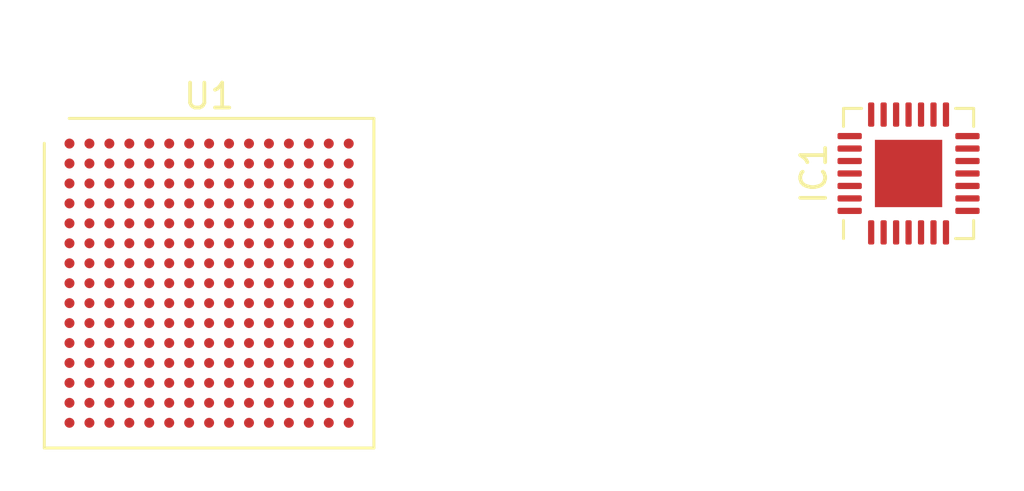
<source format=kicad_pcb>
(kicad_pcb (version 20240108) (generator "pcbnew") (generator_version "8.0")
  (layers (0 "F.Cu" signal) (31 "B.Cu" signal) (34 "B.Paste" user) (35 "F.Paste" user) (36 "B.SilkS" user "B.Silkscreen") (37 "F.SilkS" user "F.Silkscreen") (38 "B.Mask" user) (39 "F.Mask" user) (44 "Edge.Cuts" user))
  (net 0 "")
  (net 1 "Net-(IC1-Pad28)")
  (net 2 "Net-(IC1-Pad27)")
  (net 3 "Net-(IC1-Pad26)")
  (net 4 "Net-(IC1-Pad25)")
  (net 5 "Net-(IC1-Pad23)")
  (net 6 "Net-(IC1-Pad22)")
  (net 7 "Net-(IC1-Pad21)")
  (net 8 "+5V")
  (net 9 "Net-(IC1-Pad19)")
  (net 10 "GND")
  (net 11 "Net-(IC1-Pad16)")
  (net 12 "Net-(IC1-Pad14)")
  (net 13 "Net-(IC1-Pad13)")
  (net 14 "Net-(IC1-Pad12)")
  (net 15 "Net-(IC1-Pad10)")
  (net 16 "Net-(IC1-Pad9)")
  (net 17 "Net-(IC1-Pad8)")
  (net 18 "Net-(IC1-Pad6)")
  (net 19 "Net-(IC1-Pad3)")
  (net 20 "Net-(IC1-Pad1)")
  (net 21 "Net-(U1-PadR15)")
  (net 22 "Net-(U1-PadR14)")
  (net 23 "Net-(U1-PadR13)")
  (net 24 "Net-(U1-PadR12)")
  (net 25 "Net-(U1-PadR11)")
  (net 26 "Net-(U1-PadR10)")
  (net 27 "Net-(U1-PadR9)")
  (net 28 "Net-(U1-PadR8)")
  (net 29 "Net-(U1-PadR7)")
  (net 30 "Net-(U1-PadR6)")
  (net 31 "Net-(U1-PadR5)")
  (net 32 "Net-(U1-PadR4)")
  (net 33 "Net-(U1-PadR3)")
  (net 34 "Net-(U1-PadR2)")
  (net 35 "Net-(U1-PadR1)")
  (net 36 "Net-(U1-PadP15)")
  (net 37 "Net-(U1-PadP14)")
  (net 38 "Net-(U1-PadP13)")
  (net 39 "Net-(U1-PadP12)")
  (net 40 "Net-(U1-PadP11)")
  (net 41 "Net-(U1-PadP10)")
  (net 42 "Net-(U1-PadP9)")
  (net 43 "Net-(U1-PadP8)")
  (net 44 "Net-(U1-PadP7)")
  (net 45 "Net-(U1-PadP6)")
  (net 46 "Net-(U1-PadP5)")
  (net 47 "Net-(U1-PadP4)")
  (net 48 "Net-(U1-PadP3)")
  (net 49 "Net-(U1-PadP2)")
  (net 50 "Net-(U1-PadP1)")
  (net 51 "Net-(U1-PadN15)")
  (net 52 "Net-(U1-PadN14)")
  (net 53 "Net-(U1-PadN13)")
  (net 54 "Net-(U1-PadN12)")
  (net 55 "Net-(U1-PadN11)")
  (net 56 "Net-(U1-PadN10)")
  (net 57 "Net-(U1-PadN9)")
  (net 58 "Net-(U1-PadN8)")
  (net 59 "Net-(U1-PadN7)")
  (net 60 "Net-(U1-PadN6)")
  (net 61 "Net-(U1-PadN5)")
  (net 62 "Net-(U1-PadN4)")
  (net 63 "Net-(U1-PadN3)")
  (net 64 "Net-(U1-PadN2)")
  (net 65 "Net-(U1-PadN1)")
  (net 66 "Net-(U1-PadM15)")
  (net 67 "Net-(U1-PadM14)")
  (net 68 "Net-(U1-PadM13)")
  (net 69 "Net-(U1-PadM12)")
  (net 70 "Net-(U1-PadM11)")
  (net 71 "Net-(U1-PadM10)")
  (net 72 "Net-(U1-PadM9)")
  (net 73 "Net-(U1-PadM8)")
  (net 74 "Net-(U1-PadM7)")
  (net 75 "Net-(U1-PadM6)")
  (net 76 "Net-(U1-PadM5)")
  (net 77 "Net-(U1-PadM4)")
  (net 78 "Net-(U1-PadM3)")
  (net 79 "Net-(U1-PadM2)")
  (net 80 "Net-(U1-PadM1)")
  (net 81 "Net-(U1-PadL15)")
  (net 82 "Net-(U1-PadL14)")
  (net 83 "Net-(U1-PadL13)")
  (net 84 "Net-(U1-PadL12)")
  (net 85 "Net-(U1-PadL11)")
  (net 86 "Net-(U1-PadL10)")
  (net 87 "Net-(U1-PadL9)")
  (net 88 "Net-(U1-PadL8)")
  (net 89 "Net-(U1-PadL7)")
  (net 90 "Net-(U1-PadL6)")
  (net 91 "Net-(U1-PadL5)")
  (net 92 "Net-(U1-PadL4)")
  (net 93 "Net-(U1-PadL3)")
  (net 94 "Net-(U1-PadL2)")
  (net 95 "Net-(U1-PadL1)")
  (net 96 "Net-(U1-PadK15)")
  (net 97 "Net-(U1-PadK14)")
  (net 98 "Net-(U1-PadK13)")
  (net 99 "Net-(U1-PadK12)")
  (net 100 "Net-(U1-PadK11)")
  (net 101 "Net-(U1-PadK10)")
  (net 102 "Net-(U1-PadK9)")
  (net 103 "Net-(U1-PadK8)")
  (net 104 "Net-(U1-PadK7)")
  (net 105 "Net-(U1-PadK6)")
  (net 106 "Net-(U1-PadK5)")
  (net 107 "Net-(U1-PadK4)")
  (net 108 "Net-(U1-PadK3)")
  (net 109 "Net-(U1-PadK2)")
  (net 110 "Net-(U1-PadK1)")
  (net 111 "Net-(U1-PadJ15)")
  (net 112 "Net-(U1-PadJ14)")
  (net 113 "Net-(U1-PadJ13)")
  (net 114 "Net-(U1-PadJ12)")
  (net 115 "Net-(U1-PadJ11)")
  (net 116 "Net-(U1-PadJ10)")
  (net 117 "Net-(U1-PadJ9)")
  (net 118 "Net-(U1-PadJ8)")
  (net 119 "Net-(U1-PadJ7)")
  (net 120 "Net-(U1-PadJ6)")
  (net 121 "Net-(U1-PadJ5)")
  (net 122 "Net-(U1-PadJ4)")
  (net 123 "Net-(U1-PadJ3)")
  (net 124 "Net-(U1-PadJ2)")
  (net 125 "Net-(U1-PadJ1)")
  (net 126 "Net-(U1-PadH15)")
  (net 127 "Net-(U1-PadH14)")
  (net 128 "Net-(U1-PadH13)")
  (net 129 "Net-(U1-PadH12)")
  (net 130 "Net-(U1-PadH11)")
  (net 131 "Net-(U1-PadH10)")
  (net 132 "Net-(U1-PadH9)")
  (net 133 "Net-(U1-PadH8)")
  (net 134 "Net-(U1-PadH7)")
  (net 135 "Net-(U1-PadH6)")
  (net 136 "Net-(U1-PadH5)")
  (net 137 "Net-(U1-PadH4)")
  (net 138 "Net-(U1-PadH3)")
  (net 139 "Net-(U1-PadH2)")
  (net 140 "Net-(U1-PadH1)")
  (net 141 "Net-(U1-PadG15)")
  (net 142 "Net-(U1-PadG14)")
  (net 143 "Net-(U1-PadG13)")
  (net 144 "Net-(U1-PadG12)")
  (net 145 "Net-(U1-PadG11)")
  (net 146 "Net-(U1-PadG10)")
  (net 147 "Net-(U1-PadG9)")
  (net 148 "Net-(U1-PadG8)")
  (net 149 "Net-(U1-PadG7)")
  (net 150 "Net-(U1-PadG6)")
  (net 151 "Net-(U1-PadG5)")
  (net 152 "Net-(U1-PadG4)")
  (net 153 "Net-(U1-PadG3)")
  (net 154 "Net-(U1-PadG2)")
  (net 155 "Net-(U1-PadG1)")
  (net 156 "Net-(U1-PadF15)")
  (net 157 "Net-(U1-PadF14)")
  (net 158 "Net-(U1-PadF13)")
  (net 159 "Net-(U1-PadF12)")
  (net 160 "Net-(U1-PadF11)")
  (net 161 "Net-(U1-PadF10)")
  (net 162 "Net-(U1-PadF9)")
  (net 163 "Net-(U1-PadF8)")
  (net 164 "Net-(U1-PadF7)")
  (net 165 "Net-(U1-PadF6)")
  (net 166 "Net-(U1-PadF5)")
  (net 167 "Net-(U1-PadF4)")
  (net 168 "Net-(U1-PadF3)")
  (net 169 "Net-(U1-PadF2)")
  (net 170 "Net-(U1-PadF1)")
  (net 171 "Net-(U1-PadE15)")
  (net 172 "Net-(U1-PadE14)")
  (net 173 "Net-(U1-PadE13)")
  (net 174 "Net-(U1-PadE12)")
  (net 175 "Net-(U1-PadE11)")
  (net 176 "Net-(U1-PadE10)")
  (net 177 "Net-(U1-PadE9)")
  (net 178 "Net-(U1-PadE8)")
  (net 179 "Net-(U1-PadE7)")
  (net 180 "Net-(U1-PadE6)")
  (net 181 "Net-(U1-PadE5)")
  (net 182 "Net-(U1-PadE4)")
  (net 183 "Net-(U1-PadE3)")
  (net 184 "Net-(U1-PadE2)")
  (net 185 "Net-(U1-PadE1)")
  (net 186 "Net-(U1-PadD15)")
  (net 187 "Net-(U1-PadD14)")
  (net 188 "Net-(U1-PadD13)")
  (net 189 "Net-(U1-PadD12)")
  (net 190 "Net-(U1-PadD11)")
  (net 191 "Net-(U1-PadD10)")
  (net 192 "Net-(U1-PadD9)")
  (net 193 "Net-(U1-PadD8)")
  (net 194 "Net-(U1-PadD7)")
  (net 195 "Net-(U1-PadD6)")
  (net 196 "Net-(U1-PadD5)")
  (net 197 "Net-(U1-PadD4)")
  (net 198 "Net-(U1-PadD3)")
  (net 199 "Net-(U1-PadD2)")
  (net 200 "Net-(U1-PadD1)")
  (net 201 "Net-(U1-PadC15)")
  (net 202 "Net-(U1-PadC14)")
  (net 203 "Net-(U1-PadC13)")
  (net 204 "Net-(U1-PadC12)")
  (net 205 "Net-(U1-PadC11)")
  (net 206 "Net-(U1-PadC10)")
  (net 207 "Net-(U1-PadC9)")
  (net 208 "Net-(U1-PadC8)")
  (net 209 "Net-(U1-PadC7)")
  (net 210 "Net-(U1-PadC6)")
  (net 211 "Net-(U1-PadC5)")
  (net 212 "Net-(U1-PadC4)")
  (net 213 "Net-(U1-PadC3)")
  (net 214 "Net-(U1-PadC2)")
  (net 215 "Net-(U1-PadC1)")
  (net 216 "Net-(U1-PadB15)")
  (net 217 "Net-(U1-PadB14)")
  (net 218 "Net-(U1-PadB13)")
  (net 219 "Net-(U1-PadB12)")
  (net 220 "Net-(U1-PadB11)")
  (net 221 "Net-(U1-PadB10)")
  (net 222 "Net-(U1-PadB9)")
  (net 223 "Net-(U1-PadB8)")
  (net 224 "Net-(U1-PadB7)")
  (net 225 "Net-(U1-PadB6)")
  (net 226 "Net-(U1-PadB5)")
  (net 227 "Net-(U1-PadB4)")
  (net 228 "Net-(U1-PadB3)")
  (net 229 "Net-(U1-PadB2)")
  (net 230 "Net-(U1-PadB1)")
  (net 231 "Net-(U1-PadA15)")
  (net 232 "Net-(U1-PadA14)")
  (net 233 "Net-(U1-PadA13)")
  (net 234 "Net-(U1-PadA12)")
  (net 235 "Net-(U1-PadA11)")
  (net 236 "Net-(U1-PadA10)")
  (net 237 "Net-(U1-PadA9)")
  (net 238 "Net-(U1-PadA8)")
  (net 239 "Net-(U1-PadA7)")
  (net 240 "Net-(U1-PadA6)")
  (net 241 "Net-(U1-PadA5)")
  (net 242 "Net-(U1-PadA4)")
  (net 243 "Net-(U1-PadA3)")
  (net 244 "Net-(U1-PadA2)")
  (net 245 "Net-(U1-PadA1)")
  (footprint "Package_BGA:Xilinx_CLG225" (layer "F.Cu") (at 41.16 34.245)
    (property "Reference" "U1" (at 0 -7.5 0) (layer "F.SilkS"))
    (property "Value" "XC7Z007S-1CLG225C")
    (fp_line (start -6.61 6.61) (end -6.61 -5.61) (stroke (width 0.12)) (layer "F.SilkS"))
    (fp_line (start -5.61 -6.61) (end 6.61 -6.61) (stroke (width 0.12)) (layer "F.SilkS"))
    (fp_line (start 6.61 -6.61) (end 6.61 6.61) (stroke (width 0.12)) (layer "F.SilkS"))
    (fp_line (start 6.61 6.61) (end -6.61 6.61) (stroke (width 0.12)) (layer "F.SilkS"))
    (pad "A1" smd circle (at -5.6 -5.6) (size 0.4 0.4) (layers "F.Cu" "F.Paste" "F.Mask") (net 245 "Net-(U1-PadA1)"))
    (pad "A2" smd circle (at -4.8 -5.6) (size 0.4 0.4) (layers "F.Cu" "F.Paste" "F.Mask") (net 244 "Net-(U1-PadA2)"))
    (pad "A3" smd circle (at -4 -5.6) (size 0.4 0.4) (layers "F.Cu" "F.Paste" "F.Mask") (net 243 "Net-(U1-PadA3)"))
    (pad "A4" smd circle (at -3.2 -5.6) (size 0.4 0.4) (layers "F.Cu" "F.Paste" "F.Mask") (net 242 "Net-(U1-PadA4)"))
    (pad "A5" smd circle (at -2.4 -5.6) (size 0.4 0.4) (layers "F.Cu" "F.Paste" "F.Mask") (net 241 "Net-(U1-PadA5)"))
    (pad "A6" smd circle (at -1.6 -5.6) (size 0.4 0.4) (layers "F.Cu" "F.Paste" "F.Mask") (net 240 "Net-(U1-PadA6)"))
    (pad "A7" smd circle (at -0.8 -5.6) (size 0.4 0.4) (layers "F.Cu" "F.Paste" "F.Mask") (net 239 "Net-(U1-PadA7)"))
    (pad "A8" smd circle (at 0 -5.6) (size 0.4 0.4) (layers "F.Cu" "F.Paste" "F.Mask") (net 238 "Net-(U1-PadA8)"))
    (pad "A9" smd circle (at 0.8 -5.6) (size 0.4 0.4) (layers "F.Cu" "F.Paste" "F.Mask") (net 237 "Net-(U1-PadA9)"))
    (pad "A10" smd circle (at 1.6 -5.6) (size 0.4 0.4) (layers "F.Cu" "F.Paste" "F.Mask") (net 236 "Net-(U1-PadA10)"))
    (pad "A11" smd circle (at 2.4 -5.6) (size 0.4 0.4) (layers "F.Cu" "F.Paste" "F.Mask") (net 235 "Net-(U1-PadA11)"))
    (pad "A12" smd circle (at 3.2 -5.6) (size 0.4 0.4) (layers "F.Cu" "F.Paste" "F.Mask") (net 234 "Net-(U1-PadA12)"))
    (pad "A13" smd circle (at 4 -5.6) (size 0.4 0.4) (layers "F.Cu" "F.Paste" "F.Mask") (net 233 "Net-(U1-PadA13)"))
    (pad "A14" smd circle (at 4.8 -5.6) (size 0.4 0.4) (layers "F.Cu" "F.Paste" "F.Mask") (net 232 "Net-(U1-PadA14)"))
    (pad "A15" smd circle (at 5.6 -5.6) (size 0.4 0.4) (layers "F.Cu" "F.Paste" "F.Mask") (net 231 "Net-(U1-PadA15)"))
    (pad "B1" smd circle (at -5.6 -4.8) (size 0.4 0.4) (layers "F.Cu" "F.Paste" "F.Mask") (net 230 "Net-(U1-PadB1)"))
    (pad "B2" smd circle (at -4.8 -4.8) (size 0.4 0.4) (layers "F.Cu" "F.Paste" "F.Mask") (net 229 "Net-(U1-PadB2)"))
    (pad "B3" smd circle (at -4 -4.8) (size 0.4 0.4) (layers "F.Cu" "F.Paste" "F.Mask") (net 228 "Net-(U1-PadB3)"))
    (pad "B4" smd circle (at -3.2 -4.8) (size 0.4 0.4) (layers "F.Cu" "F.Paste" "F.Mask") (net 227 "Net-(U1-PadB4)"))
    (pad "B5" smd circle (at -2.4 -4.8) (size 0.4 0.4) (layers "F.Cu" "F.Paste" "F.Mask") (net 226 "Net-(U1-PadB5)"))
    (pad "B6" smd circle (at -1.6 -4.8) (size 0.4 0.4) (layers "F.Cu" "F.Paste" "F.Mask") (net 225 "Net-(U1-PadB6)"))
    (pad "B7" smd circle (at -0.8 -4.8) (size 0.4 0.4) (layers "F.Cu" "F.Paste" "F.Mask") (net 224 "Net-(U1-PadB7)"))
    (pad "B8" smd circle (at 0 -4.8) (size 0.4 0.4) (layers "F.Cu" "F.Paste" "F.Mask") (net 223 "Net-(U1-PadB8)"))
    (pad "B9" smd circle (at 0.8 -4.8) (size 0.4 0.4) (layers "F.Cu" "F.Paste" "F.Mask") (net 222 "Net-(U1-PadB9)"))
    (pad "B10" smd circle (at 1.6 -4.8) (size 0.4 0.4) (layers "F.Cu" "F.Paste" "F.Mask") (net 221 "Net-(U1-PadB10)"))
    (pad "B11" smd circle (at 2.4 -4.8) (size 0.4 0.4) (layers "F.Cu" "F.Paste" "F.Mask") (net 220 "Net-(U1-PadB11)"))
    (pad "B12" smd circle (at 3.2 -4.8) (size 0.4 0.4) (layers "F.Cu" "F.Paste" "F.Mask") (net 219 "Net-(U1-PadB12)"))
    (pad "B13" smd circle (at 4 -4.8) (size 0.4 0.4) (layers "F.Cu" "F.Paste" "F.Mask") (net 218 "Net-(U1-PadB13)"))
    (pad "B14" smd circle (at 4.8 -4.8) (size 0.4 0.4) (layers "F.Cu" "F.Paste" "F.Mask") (net 217 "Net-(U1-PadB14)"))
    (pad "B15" smd circle (at 5.6 -4.8) (size 0.4 0.4) (layers "F.Cu" "F.Paste" "F.Mask") (net 216 "Net-(U1-PadB15)"))
    (pad "C1" smd circle (at -5.6 -4) (size 0.4 0.4) (layers "F.Cu" "F.Paste" "F.Mask") (net 215 "Net-(U1-PadC1)"))
    (pad "C2" smd circle (at -4.8 -4) (size 0.4 0.4) (layers "F.Cu" "F.Paste" "F.Mask") (net 214 "Net-(U1-PadC2)"))
    (pad "C3" smd circle (at -4 -4) (size 0.4 0.4) (layers "F.Cu" "F.Paste" "F.Mask") (net 213 "Net-(U1-PadC3)"))
    (pad "C4" smd circle (at -3.2 -4) (size 0.4 0.4) (layers "F.Cu" "F.Paste" "F.Mask") (net 212 "Net-(U1-PadC4)"))
    (pad "C5" smd circle (at -2.4 -4) (size 0.4 0.4) (layers "F.Cu" "F.Paste" "F.Mask") (net 211 "Net-(U1-PadC5)"))
    (pad "C6" smd circle (at -1.6 -4) (size 0.4 0.4) (layers "F.Cu" "F.Paste" "F.Mask") (net 210 "Net-(U1-PadC6)"))
    (pad "C7" smd circle (at -0.8 -4) (size 0.4 0.4) (layers "F.Cu" "F.Paste" "F.Mask") (net 209 "Net-(U1-PadC7)"))
    (pad "C8" smd circle (at 0 -4) (size 0.4 0.4) (layers "F.Cu" "F.Paste" "F.Mask") (net 208 "Net-(U1-PadC8)"))
    (pad "C9" smd circle (at 0.8 -4) (size 0.4 0.4) (layers "F.Cu" "F.Paste" "F.Mask") (net 207 "Net-(U1-PadC9)"))
    (pad "C10" smd circle (at 1.6 -4) (size 0.4 0.4) (layers "F.Cu" "F.Paste" "F.Mask") (net 206 "Net-(U1-PadC10)"))
    (pad "C11" smd circle (at 2.4 -4) (size 0.4 0.4) (layers "F.Cu" "F.Paste" "F.Mask") (net 205 "Net-(U1-PadC11)"))
    (pad "C12" smd circle (at 3.2 -4) (size 0.4 0.4) (layers "F.Cu" "F.Paste" "F.Mask") (net 204 "Net-(U1-PadC12)"))
    (pad "C13" smd circle (at 4 -4) (size 0.4 0.4) (layers "F.Cu" "F.Paste" "F.Mask") (net 203 "Net-(U1-PadC13)"))
    (pad "C14" smd circle (at 4.8 -4) (size 0.4 0.4) (layers "F.Cu" "F.Paste" "F.Mask") (net 202 "Net-(U1-PadC14)"))
    (pad "C15" smd circle (at 5.6 -4) (size 0.4 0.4) (layers "F.Cu" "F.Paste" "F.Mask") (net 201 "Net-(U1-PadC15)"))
    (pad "D1" smd circle (at -5.6 -3.2) (size 0.4 0.4) (layers "F.Cu" "F.Paste" "F.Mask") (net 200 "Net-(U1-PadD1)"))
    (pad "D2" smd circle (at -4.8 -3.2) (size 0.4 0.4) (layers "F.Cu" "F.Paste" "F.Mask") (net 199 "Net-(U1-PadD2)"))
    (pad "D3" smd circle (at -4 -3.2) (size 0.4 0.4) (layers "F.Cu" "F.Paste" "F.Mask") (net 198 "Net-(U1-PadD3)"))
    (pad "D4" smd circle (at -3.2 -3.2) (size 0.4 0.4) (layers "F.Cu" "F.Paste" "F.Mask") (net 197 "Net-(U1-PadD4)"))
    (pad "D5" smd circle (at -2.4 -3.2) (size 0.4 0.4) (layers "F.Cu" "F.Paste" "F.Mask") (net 196 "Net-(U1-PadD5)"))
    (pad "D6" smd circle (at -1.6 -3.2) (size 0.4 0.4) (layers "F.Cu" "F.Paste" "F.Mask") (net 195 "Net-(U1-PadD6)"))
    (pad "D7" smd circle (at -0.8 -3.2) (size 0.4 0.4) (layers "F.Cu" "F.Paste" "F.Mask") (net 194 "Net-(U1-PadD7)"))
    (pad "D8" smd circle (at 0 -3.2) (size 0.4 0.4) (layers "F.Cu" "F.Paste" "F.Mask") (net 193 "Net-(U1-PadD8)"))
    (pad "D9" smd circle (at 0.8 -3.2) (size 0.4 0.4) (layers "F.Cu" "F.Paste" "F.Mask") (net 192 "Net-(U1-PadD9)"))
    (pad "D10" smd circle (at 1.6 -3.2) (size 0.4 0.4) (layers "F.Cu" "F.Paste" "F.Mask") (net 191 "Net-(U1-PadD10)"))
    (pad "D11" smd circle (at 2.4 -3.2) (size 0.4 0.4) (layers "F.Cu" "F.Paste" "F.Mask") (net 190 "Net-(U1-PadD11)"))
    (pad "D12" smd circle (at 3.2 -3.2) (size 0.4 0.4) (layers "F.Cu" "F.Paste" "F.Mask") (net 189 "Net-(U1-PadD12)"))
    (pad "D13" smd circle (at 4 -3.2) (size 0.4 0.4) (layers "F.Cu" "F.Paste" "F.Mask") (net 188 "Net-(U1-PadD13)"))
    (pad "D14" smd circle (at 4.8 -3.2) (size 0.4 0.4) (layers "F.Cu" "F.Paste" "F.Mask") (net 187 "Net-(U1-PadD14)"))
    (pad "D15" smd circle (at 5.6 -3.2) (size 0.4 0.4) (layers "F.Cu" "F.Paste" "F.Mask") (net 186 "Net-(U1-PadD15)"))
    (pad "E1" smd circle (at -5.6 -2.4) (size 0.4 0.4) (layers "F.Cu" "F.Paste" "F.Mask") (net 185 "Net-(U1-PadE1)"))
    (pad "E2" smd circle (at -4.8 -2.4) (size 0.4 0.4) (layers "F.Cu" "F.Paste" "F.Mask") (net 184 "Net-(U1-PadE2)"))
    (pad "E3" smd circle (at -4 -2.4) (size 0.4 0.4) (layers "F.Cu" "F.Paste" "F.Mask") (net 183 "Net-(U1-PadE3)"))
    (pad "E4" smd circle (at -3.2 -2.4) (size 0.4 0.4) (layers "F.Cu" "F.Paste" "F.Mask") (net 182 "Net-(U1-PadE4)"))
    (pad "E5" smd circle (at -2.4 -2.4) (size 0.4 0.4) (layers "F.Cu" "F.Paste" "F.Mask") (net 181 "Net-(U1-PadE5)"))
    (pad "E6" smd circle (at -1.6 -2.4) (size 0.4 0.4) (layers "F.Cu" "F.Paste" "F.Mask") (net 180 "Net-(U1-PadE6)"))
    (pad "E7" smd circle (at -0.8 -2.4) (size 0.4 0.4) (layers "F.Cu" "F.Paste" "F.Mask") (net 179 "Net-(U1-PadE7)"))
    (pad "E8" smd circle (at 0 -2.4) (size 0.4 0.4) (layers "F.Cu" "F.Paste" "F.Mask") (net 178 "Net-(U1-PadE8)"))
    (pad "E9" smd circle (at 0.8 -2.4) (size 0.4 0.4) (layers "F.Cu" "F.Paste" "F.Mask") (net 177 "Net-(U1-PadE9)"))
    (pad "E10" smd circle (at 1.6 -2.4) (size 0.4 0.4) (layers "F.Cu" "F.Paste" "F.Mask") (net 176 "Net-(U1-PadE10)"))
    (pad "E11" smd circle (at 2.4 -2.4) (size 0.4 0.4) (layers "F.Cu" "F.Paste" "F.Mask") (net 175 "Net-(U1-PadE11)"))
    (pad "E12" smd circle (at 3.2 -2.4) (size 0.4 0.4) (layers "F.Cu" "F.Paste" "F.Mask") (net 174 "Net-(U1-PadE12)"))
    (pad "E13" smd circle (at 4 -2.4) (size 0.4 0.4) (layers "F.Cu" "F.Paste" "F.Mask") (net 173 "Net-(U1-PadE13)"))
    (pad "E14" smd circle (at 4.8 -2.4) (size 0.4 0.4) (layers "F.Cu" "F.Paste" "F.Mask") (net 172 "Net-(U1-PadE14)"))
    (pad "E15" smd circle (at 5.6 -2.4) (size 0.4 0.4) (layers "F.Cu" "F.Paste" "F.Mask") (net 171 "Net-(U1-PadE15)"))
    (pad "F1" smd circle (at -5.6 -1.6) (size 0.4 0.4) (layers "F.Cu" "F.Paste" "F.Mask") (net 170 "Net-(U1-PadF1)"))
    (pad "F2" smd circle (at -4.8 -1.6) (size 0.4 0.4) (layers "F.Cu" "F.Paste" "F.Mask") (net 169 "Net-(U1-PadF2)"))
    (pad "F3" smd circle (at -4 -1.6) (size 0.4 0.4) (layers "F.Cu" "F.Paste" "F.Mask") (net 168 "Net-(U1-PadF3)"))
    (pad "F4" smd circle (at -3.2 -1.6) (size 0.4 0.4) (layers "F.Cu" "F.Paste" "F.Mask") (net 167 "Net-(U1-PadF4)"))
    (pad "F5" smd circle (at -2.4 -1.6) (size 0.4 0.4) (layers "F.Cu" "F.Paste" "F.Mask") (net 166 "Net-(U1-PadF5)"))
    (pad "F6" smd circle (at -1.6 -1.6) (size 0.4 0.4) (layers "F.Cu" "F.Paste" "F.Mask") (net 165 "Net-(U1-PadF6)"))
    (pad "F7" smd circle (at -0.8 -1.6) (size 0.4 0.4) (layers "F.Cu" "F.Paste" "F.Mask") (net 164 "Net-(U1-PadF7)"))
    (pad "F8" smd circle (at 0 -1.6) (size 0.4 0.4) (layers "F.Cu" "F.Paste" "F.Mask") (net 163 "Net-(U1-PadF8)"))
    (pad "F9" smd circle (at 0.8 -1.6) (size 0.4 0.4) (layers "F.Cu" "F.Paste" "F.Mask") (net 162 "Net-(U1-PadF9)"))
    (pad "F10" smd circle (at 1.6 -1.6) (size 0.4 0.4) (layers "F.Cu" "F.Paste" "F.Mask") (net 161 "Net-(U1-PadF10)"))
    (pad "F11" smd circle (at 2.4 -1.6) (size 0.4 0.4) (layers "F.Cu" "F.Paste" "F.Mask") (net 160 "Net-(U1-PadF11)"))
    (pad "F12" smd circle (at 3.2 -1.6) (size 0.4 0.4) (layers "F.Cu" "F.Paste" "F.Mask") (net 159 "Net-(U1-PadF12)"))
    (pad "F13" smd circle (at 4 -1.6) (size 0.4 0.4) (layers "F.Cu" "F.Paste" "F.Mask") (net 158 "Net-(U1-PadF13)"))
    (pad "F14" smd circle (at 4.8 -1.6) (size 0.4 0.4) (layers "F.Cu" "F.Paste" "F.Mask") (net 157 "Net-(U1-PadF14)"))
    (pad "F15" smd circle (at 5.6 -1.6) (size 0.4 0.4) (layers "F.Cu" "F.Paste" "F.Mask") (net 156 "Net-(U1-PadF15)"))
    (pad "G1" smd circle (at -5.6 -0.8) (size 0.4 0.4) (layers "F.Cu" "F.Paste" "F.Mask") (net 155 "Net-(U1-PadG1)"))
    (pad "G2" smd circle (at -4.8 -0.8) (size 0.4 0.4) (layers "F.Cu" "F.Paste" "F.Mask") (net 154 "Net-(U1-PadG2)"))
    (pad "G3" smd circle (at -4 -0.8) (size 0.4 0.4) (layers "F.Cu" "F.Paste" "F.Mask") (net 153 "Net-(U1-PadG3)"))
    (pad "G4" smd circle (at -3.2 -0.8) (size 0.4 0.4) (layers "F.Cu" "F.Paste" "F.Mask") (net 152 "Net-(U1-PadG4)"))
    (pad "G5" smd circle (at -2.4 -0.8) (size 0.4 0.4) (layers "F.Cu" "F.Paste" "F.Mask") (net 151 "Net-(U1-PadG5)"))
    (pad "G6" smd circle (at -1.6 -0.8) (size 0.4 0.4) (layers "F.Cu" "F.Paste" "F.Mask") (net 150 "Net-(U1-PadG6)"))
    (pad "G7" smd circle (at -0.8 -0.8) (size 0.4 0.4) (layers "F.Cu" "F.Paste" "F.Mask") (net 149 "Net-(U1-PadG7)"))
    (pad "G8" smd circle (at 0 -0.8) (size 0.4 0.4) (layers "F.Cu" "F.Paste" "F.Mask") (net 148 "Net-(U1-PadG8)"))
    (pad "G9" smd circle (at 0.8 -0.8) (size 0.4 0.4) (layers "F.Cu" "F.Paste" "F.Mask") (net 147 "Net-(U1-PadG9)"))
    (pad "G10" smd circle (at 1.6 -0.8) (size 0.4 0.4) (layers "F.Cu" "F.Paste" "F.Mask") (net 146 "Net-(U1-PadG10)"))
    (pad "G11" smd circle (at 2.4 -0.8) (size 0.4 0.4) (layers "F.Cu" "F.Paste" "F.Mask") (net 145 "Net-(U1-PadG11)"))
    (pad "G12" smd circle (at 3.2 -0.8) (size 0.4 0.4) (layers "F.Cu" "F.Paste" "F.Mask") (net 144 "Net-(U1-PadG12)"))
    (pad "G13" smd circle (at 4 -0.8) (size 0.4 0.4) (layers "F.Cu" "F.Paste" "F.Mask") (net 143 "Net-(U1-PadG13)"))
    (pad "G14" smd circle (at 4.8 -0.8) (size 0.4 0.4) (layers "F.Cu" "F.Paste" "F.Mask") (net 142 "Net-(U1-PadG14)"))
    (pad "G15" smd circle (at 5.6 -0.8) (size 0.4 0.4) (layers "F.Cu" "F.Paste" "F.Mask") (net 141 "Net-(U1-PadG15)"))
    (pad "H1" smd circle (at -5.6 0) (size 0.4 0.4) (layers "F.Cu" "F.Paste" "F.Mask") (net 140 "Net-(U1-PadH1)"))
    (pad "H2" smd circle (at -4.8 0) (size 0.4 0.4) (layers "F.Cu" "F.Paste" "F.Mask") (net 139 "Net-(U1-PadH2)"))
    (pad "H3" smd circle (at -4 0) (size 0.4 0.4) (layers "F.Cu" "F.Paste" "F.Mask") (net 138 "Net-(U1-PadH3)"))
    (pad "H4" smd circle (at -3.2 0) (size 0.4 0.4) (layers "F.Cu" "F.Paste" "F.Mask") (net 137 "Net-(U1-PadH4)"))
    (pad "H5" smd circle (at -2.4 0) (size 0.4 0.4) (layers "F.Cu" "F.Paste" "F.Mask") (net 136 "Net-(U1-PadH5)"))
    (pad "H6" smd circle (at -1.6 0) (size 0.4 0.4) (layers "F.Cu" "F.Paste" "F.Mask") (net 135 "Net-(U1-PadH6)"))
    (pad "H7" smd circle (at -0.8 0) (size 0.4 0.4) (layers "F.Cu" "F.Paste" "F.Mask") (net 134 "Net-(U1-PadH7)"))
    (pad "H8" smd circle (at 0 0) (size 0.4 0.4) (layers "F.Cu" "F.Paste" "F.Mask") (net 133 "Net-(U1-PadH8)"))
    (pad "H9" smd circle (at 0.8 0) (size 0.4 0.4) (layers "F.Cu" "F.Paste" "F.Mask") (net 132 "Net-(U1-PadH9)"))
    (pad "H10" smd circle (at 1.6 0) (size 0.4 0.4) (layers "F.Cu" "F.Paste" "F.Mask") (net 131 "Net-(U1-PadH10)"))
    (pad "H11" smd circle (at 2.4 0) (size 0.4 0.4) (layers "F.Cu" "F.Paste" "F.Mask") (net 130 "Net-(U1-PadH11)"))
    (pad "H12" smd circle (at 3.2 0) (size 0.4 0.4) (layers "F.Cu" "F.Paste" "F.Mask") (net 129 "Net-(U1-PadH12)"))
    (pad "H13" smd circle (at 4 0) (size 0.4 0.4) (layers "F.Cu" "F.Paste" "F.Mask") (net 128 "Net-(U1-PadH13)"))
    (pad "H14" smd circle (at 4.8 0) (size 0.4 0.4) (layers "F.Cu" "F.Paste" "F.Mask") (net 127 "Net-(U1-PadH14)"))
    (pad "H15" smd circle (at 5.6 0) (size 0.4 0.4) (layers "F.Cu" "F.Paste" "F.Mask") (net 126 "Net-(U1-PadH15)"))
    (pad "J1" smd circle (at -5.6 0.8) (size 0.4 0.4) (layers "F.Cu" "F.Paste" "F.Mask") (net 125 "Net-(U1-PadJ1)"))
    (pad "J2" smd circle (at -4.8 0.8) (size 0.4 0.4) (layers "F.Cu" "F.Paste" "F.Mask") (net 124 "Net-(U1-PadJ2)"))
    (pad "J3" smd circle (at -4 0.8) (size 0.4 0.4) (layers "F.Cu" "F.Paste" "F.Mask") (net 123 "Net-(U1-PadJ3)"))
    (pad "J4" smd circle (at -3.2 0.8) (size 0.4 0.4) (layers "F.Cu" "F.Paste" "F.Mask") (net 122 "Net-(U1-PadJ4)"))
    (pad "J5" smd circle (at -2.4 0.8) (size 0.4 0.4) (layers "F.Cu" "F.Paste" "F.Mask") (net 121 "Net-(U1-PadJ5)"))
    (pad "J6" smd circle (at -1.6 0.8) (size 0.4 0.4) (layers "F.Cu" "F.Paste" "F.Mask") (net 120 "Net-(U1-PadJ6)"))
    (pad "J7" smd circle (at -0.8 0.8) (size 0.4 0.4) (layers "F.Cu" "F.Paste" "F.Mask") (net 119 "Net-(U1-PadJ7)"))
    (pad "J8" smd circle (at 0 0.8) (size 0.4 0.4) (layers "F.Cu" "F.Paste" "F.Mask") (net 118 "Net-(U1-PadJ8)"))
    (pad "J9" smd circle (at 0.8 0.8) (size 0.4 0.4) (layers "F.Cu" "F.Paste" "F.Mask") (net 117 "Net-(U1-PadJ9)"))
    (pad "J10" smd circle (at 1.6 0.8) (size 0.4 0.4) (layers "F.Cu" "F.Paste" "F.Mask") (net 116 "Net-(U1-PadJ10)"))
    (pad "J11" smd circle (at 2.4 0.8) (size 0.4 0.4) (layers "F.Cu" "F.Paste" "F.Mask") (net 115 "Net-(U1-PadJ11)"))
    (pad "J12" smd circle (at 3.2 0.8) (size 0.4 0.4) (layers "F.Cu" "F.Paste" "F.Mask") (net 114 "Net-(U1-PadJ12)"))
    (pad "J13" smd circle (at 4 0.8) (size 0.4 0.4) (layers "F.Cu" "F.Paste" "F.Mask") (net 113 "Net-(U1-PadJ13)"))
    (pad "J14" smd circle (at 4.8 0.8) (size 0.4 0.4) (layers "F.Cu" "F.Paste" "F.Mask") (net 112 "Net-(U1-PadJ14)"))
    (pad "J15" smd circle (at 5.6 0.8) (size 0.4 0.4) (layers "F.Cu" "F.Paste" "F.Mask") (net 111 "Net-(U1-PadJ15)"))
    (pad "K1" smd circle (at -5.6 1.6) (size 0.4 0.4) (layers "F.Cu" "F.Paste" "F.Mask") (net 110 "Net-(U1-PadK1)"))
    (pad "K2" smd circle (at -4.8 1.6) (size 0.4 0.4) (layers "F.Cu" "F.Paste" "F.Mask") (net 109 "Net-(U1-PadK2)"))
    (pad "K3" smd circle (at -4 1.6) (size 0.4 0.4) (layers "F.Cu" "F.Paste" "F.Mask") (net 108 "Net-(U1-PadK3)"))
    (pad "K4" smd circle (at -3.2 1.6) (size 0.4 0.4) (layers "F.Cu" "F.Paste" "F.Mask") (net 107 "Net-(U1-PadK4)"))
    (pad "K5" smd circle (at -2.4 1.6) (size 0.4 0.4) (layers "F.Cu" "F.Paste" "F.Mask") (net 106 "Net-(U1-PadK5)"))
    (pad "K6" smd circle (at -1.6 1.6) (size 0.4 0.4) (layers "F.Cu" "F.Paste" "F.Mask") (net 105 "Net-(U1-PadK6)"))
    (pad "K7" smd circle (at -0.8 1.6) (size 0.4 0.4) (layers "F.Cu" "F.Paste" "F.Mask") (net 104 "Net-(U1-PadK7)"))
    (pad "K8" smd circle (at 0 1.6) (size 0.4 0.4) (layers "F.Cu" "F.Paste" "F.Mask") (net 103 "Net-(U1-PadK8)"))
    (pad "K9" smd circle (at 0.8 1.6) (size 0.4 0.4) (layers "F.Cu" "F.Paste" "F.Mask") (net 102 "Net-(U1-PadK9)"))
    (pad "K10" smd circle (at 1.6 1.6) (size 0.4 0.4) (layers "F.Cu" "F.Paste" "F.Mask") (net 101 "Net-(U1-PadK10)"))
    (pad "K11" smd circle (at 2.4 1.6) (size 0.4 0.4) (layers "F.Cu" "F.Paste" "F.Mask") (net 100 "Net-(U1-PadK11)"))
    (pad "K12" smd circle (at 3.2 1.6) (size 0.4 0.4) (layers "F.Cu" "F.Paste" "F.Mask") (net 99 "Net-(U1-PadK12)"))
    (pad "K13" smd circle (at 4 1.6) (size 0.4 0.4) (layers "F.Cu" "F.Paste" "F.Mask") (net 98 "Net-(U1-PadK13)"))
    (pad "K14" smd circle (at 4.8 1.6) (size 0.4 0.4) (layers "F.Cu" "F.Paste" "F.Mask") (net 97 "Net-(U1-PadK14)"))
    (pad "K15" smd circle (at 5.6 1.6) (size 0.4 0.4) (layers "F.Cu" "F.Paste" "F.Mask") (net 96 "Net-(U1-PadK15)"))
    (pad "L1" smd circle (at -5.6 2.4) (size 0.4 0.4) (layers "F.Cu" "F.Paste" "F.Mask") (net 95 "Net-(U1-PadL1)"))
    (pad "L2" smd circle (at -4.8 2.4) (size 0.4 0.4) (layers "F.Cu" "F.Paste" "F.Mask") (net 94 "Net-(U1-PadL2)"))
    (pad "L3" smd circle (at -4 2.4) (size 0.4 0.4) (layers "F.Cu" "F.Paste" "F.Mask") (net 93 "Net-(U1-PadL3)"))
    (pad "L4" smd circle (at -3.2 2.4) (size 0.4 0.4) (layers "F.Cu" "F.Paste" "F.Mask") (net 92 "Net-(U1-PadL4)"))
    (pad "L5" smd circle (at -2.4 2.4) (size 0.4 0.4) (layers "F.Cu" "F.Paste" "F.Mask") (net 91 "Net-(U1-PadL5)"))
    (pad "L6" smd circle (at -1.6 2.4) (size 0.4 0.4) (layers "F.Cu" "F.Paste" "F.Mask") (net 90 "Net-(U1-PadL6)"))
    (pad "L7" smd circle (at -0.8 2.4) (size 0.4 0.4) (layers "F.Cu" "F.Paste" "F.Mask") (net 89 "Net-(U1-PadL7)"))
    (pad "L8" smd circle (at 0 2.4) (size 0.4 0.4) (layers "F.Cu" "F.Paste" "F.Mask") (net 88 "Net-(U1-PadL8)"))
    (pad "L9" smd circle (at 0.8 2.4) (size 0.4 0.4) (layers "F.Cu" "F.Paste" "F.Mask") (net 87 "Net-(U1-PadL9)"))
    (pad "L10" smd circle (at 1.6 2.4) (size 0.4 0.4) (layers "F.Cu" "F.Paste" "F.Mask") (net 86 "Net-(U1-PadL10)"))
    (pad "L11" smd circle (at 2.4 2.4) (size 0.4 0.4) (layers "F.Cu" "F.Paste" "F.Mask") (net 85 "Net-(U1-PadL11)"))
    (pad "L12" smd circle (at 3.2 2.4) (size 0.4 0.4) (layers "F.Cu" "F.Paste" "F.Mask") (net 84 "Net-(U1-PadL12)"))
    (pad "L13" smd circle (at 4 2.4) (size 0.4 0.4) (layers "F.Cu" "F.Paste" "F.Mask") (net 83 "Net-(U1-PadL13)"))
    (pad "L14" smd circle (at 4.8 2.4) (size 0.4 0.4) (layers "F.Cu" "F.Paste" "F.Mask") (net 82 "Net-(U1-PadL14)"))
    (pad "L15" smd circle (at 5.6 2.4) (size 0.4 0.4) (layers "F.Cu" "F.Paste" "F.Mask") (net 81 "Net-(U1-PadL15)"))
    (pad "M1" smd circle (at -5.6 3.2) (size 0.4 0.4) (layers "F.Cu" "F.Paste" "F.Mask") (net 80 "Net-(U1-PadM1)"))
    (pad "M2" smd circle (at -4.8 3.2) (size 0.4 0.4) (layers "F.Cu" "F.Paste" "F.Mask") (net 79 "Net-(U1-PadM2)"))
    (pad "M3" smd circle (at -4 3.2) (size 0.4 0.4) (layers "F.Cu" "F.Paste" "F.Mask") (net 78 "Net-(U1-PadM3)"))
    (pad "M4" smd circle (at -3.2 3.2) (size 0.4 0.4) (layers "F.Cu" "F.Paste" "F.Mask") (net 77 "Net-(U1-PadM4)"))
    (pad "M5" smd circle (at -2.4 3.2) (size 0.4 0.4) (layers "F.Cu" "F.Paste" "F.Mask") (net 76 "Net-(U1-PadM5)"))
    (pad "M6" smd circle (at -1.6 3.2) (size 0.4 0.4) (layers "F.Cu" "F.Paste" "F.Mask") (net 75 "Net-(U1-PadM6)"))
    (pad "M7" smd circle (at -0.8 3.2) (size 0.4 0.4) (layers "F.Cu" "F.Paste" "F.Mask") (net 74 "Net-(U1-PadM7)"))
    (pad "M8" smd circle (at 0 3.2) (size 0.4 0.4) (layers "F.Cu" "F.Paste" "F.Mask") (net 73 "Net-(U1-PadM8)"))
    (pad "M9" smd circle (at 0.8 3.2) (size 0.4 0.4) (layers "F.Cu" "F.Paste" "F.Mask") (net 72 "Net-(U1-PadM9)"))
    (pad "M10" smd circle (at 1.6 3.2) (size 0.4 0.4) (layers "F.Cu" "F.Paste" "F.Mask") (net 71 "Net-(U1-PadM10)"))
    (pad "M11" smd circle (at 2.4 3.2) (size 0.4 0.4) (layers "F.Cu" "F.Paste" "F.Mask") (net 70 "Net-(U1-PadM11)"))
    (pad "M12" smd circle (at 3.2 3.2) (size 0.4 0.4) (layers "F.Cu" "F.Paste" "F.Mask") (net 69 "Net-(U1-PadM12)"))
    (pad "M13" smd circle (at 4 3.2) (size 0.4 0.4) (layers "F.Cu" "F.Paste" "F.Mask") (net 68 "Net-(U1-PadM13)"))
    (pad "M14" smd circle (at 4.8 3.2) (size 0.4 0.4) (layers "F.Cu" "F.Paste" "F.Mask") (net 67 "Net-(U1-PadM14)"))
    (pad "M15" smd circle (at 5.6 3.2) (size 0.4 0.4) (layers "F.Cu" "F.Paste" "F.Mask") (net 66 "Net-(U1-PadM15)"))
    (pad "N1" smd circle (at -5.6 4) (size 0.4 0.4) (layers "F.Cu" "F.Paste" "F.Mask") (net 65 "Net-(U1-PadN1)"))
    (pad "N2" smd circle (at -4.8 4) (size 0.4 0.4) (layers "F.Cu" "F.Paste" "F.Mask") (net 64 "Net-(U1-PadN2)"))
    (pad "N3" smd circle (at -4 4) (size 0.4 0.4) (layers "F.Cu" "F.Paste" "F.Mask") (net 63 "Net-(U1-PadN3)"))
    (pad "N4" smd circle (at -3.2 4) (size 0.4 0.4) (layers "F.Cu" "F.Paste" "F.Mask") (net 62 "Net-(U1-PadN4)"))
    (pad "N5" smd circle (at -2.4 4) (size 0.4 0.4) (layers "F.Cu" "F.Paste" "F.Mask") (net 61 "Net-(U1-PadN5)"))
    (pad "N6" smd circle (at -1.6 4) (size 0.4 0.4) (layers "F.Cu" "F.Paste" "F.Mask") (net 60 "Net-(U1-PadN6)"))
    (pad "N7" smd circle (at -0.8 4) (size 0.4 0.4) (layers "F.Cu" "F.Paste" "F.Mask") (net 59 "Net-(U1-PadN7)"))
    (pad "N8" smd circle (at 0 4) (size 0.4 0.4) (layers "F.Cu" "F.Paste" "F.Mask") (net 58 "Net-(U1-PadN8)"))
    (pad "N9" smd circle (at 0.8 4) (size 0.4 0.4) (layers "F.Cu" "F.Paste" "F.Mask") (net 57 "Net-(U1-PadN9)"))
    (pad "N10" smd circle (at 1.6 4) (size 0.4 0.4) (layers "F.Cu" "F.Paste" "F.Mask") (net 56 "Net-(U1-PadN10)"))
    (pad "N11" smd circle (at 2.4 4) (size 0.4 0.4) (layers "F.Cu" "F.Paste" "F.Mask") (net 55 "Net-(U1-PadN11)"))
    (pad "N12" smd circle (at 3.2 4) (size 0.4 0.4) (layers "F.Cu" "F.Paste" "F.Mask") (net 54 "Net-(U1-PadN12)"))
    (pad "N13" smd circle (at 4 4) (size 0.4 0.4) (layers "F.Cu" "F.Paste" "F.Mask") (net 53 "Net-(U1-PadN13)"))
    (pad "N14" smd circle (at 4.8 4) (size 0.4 0.4) (layers "F.Cu" "F.Paste" "F.Mask") (net 52 "Net-(U1-PadN14)"))
    (pad "N15" smd circle (at 5.6 4) (size 0.4 0.4) (layers "F.Cu" "F.Paste" "F.Mask") (net 51 "Net-(U1-PadN15)"))
    (pad "P1" smd circle (at -5.6 4.8) (size 0.4 0.4) (layers "F.Cu" "F.Paste" "F.Mask") (net 50 "Net-(U1-PadP1)"))
    (pad "P2" smd circle (at -4.8 4.8) (size 0.4 0.4) (layers "F.Cu" "F.Paste" "F.Mask") (net 49 "Net-(U1-PadP2)"))
    (pad "P3" smd circle (at -4 4.8) (size 0.4 0.4) (layers "F.Cu" "F.Paste" "F.Mask") (net 48 "Net-(U1-PadP3)"))
    (pad "P4" smd circle (at -3.2 4.8) (size 0.4 0.4) (layers "F.Cu" "F.Paste" "F.Mask") (net 47 "Net-(U1-PadP4)"))
    (pad "P5" smd circle (at -2.4 4.8) (size 0.4 0.4) (layers "F.Cu" "F.Paste" "F.Mask") (net 46 "Net-(U1-PadP5)"))
    (pad "P6" smd circle (at -1.6 4.8) (size 0.4 0.4) (layers "F.Cu" "F.Paste" "F.Mask") (net 45 "Net-(U1-PadP6)"))
    (pad "P7" smd circle (at -0.8 4.8) (size 0.4 0.4) (layers "F.Cu" "F.Paste" "F.Mask") (net 44 "Net-(U1-PadP7)"))
    (pad "P8" smd circle (at 0 4.8) (size 0.4 0.4) (layers "F.Cu" "F.Paste" "F.Mask") (net 43 "Net-(U1-PadP8)"))
    (pad "P9" smd circle (at 0.8 4.8) (size 0.4 0.4) (layers "F.Cu" "F.Paste" "F.Mask") (net 42 "Net-(U1-PadP9)"))
    (pad "P10" smd circle (at 1.6 4.8) (size 0.4 0.4) (layers "F.Cu" "F.Paste" "F.Mask") (net 41 "Net-(U1-PadP10)"))
    (pad "P11" smd circle (at 2.4 4.8) (size 0.4 0.4) (layers "F.Cu" "F.Paste" "F.Mask") (net 40 "Net-(U1-PadP11)"))
    (pad "P12" smd circle (at 3.2 4.8) (size 0.4 0.4) (layers "F.Cu" "F.Paste" "F.Mask") (net 39 "Net-(U1-PadP12)"))
    (pad "P13" smd circle (at 4 4.8) (size 0.4 0.4) (layers "F.Cu" "F.Paste" "F.Mask") (net 38 "Net-(U1-PadP13)"))
    (pad "P14" smd circle (at 4.8 4.8) (size 0.4 0.4) (layers "F.Cu" "F.Paste" "F.Mask") (net 37 "Net-(U1-PadP14)"))
    (pad "P15" smd circle (at 5.6 4.8) (size 0.4 0.4) (layers "F.Cu" "F.Paste" "F.Mask") (net 36 "Net-(U1-PadP15)"))
    (pad "R1" smd circle (at -5.6 5.6) (size 0.4 0.4) (layers "F.Cu" "F.Paste" "F.Mask") (net 35 "Net-(U1-PadR1)"))
    (pad "R2" smd circle (at -4.8 5.6) (size 0.4 0.4) (layers "F.Cu" "F.Paste" "F.Mask") (net 34 "Net-(U1-PadR2)"))
    (pad "R3" smd circle (at -4 5.6) (size 0.4 0.4) (layers "F.Cu" "F.Paste" "F.Mask") (net 33 "Net-(U1-PadR3)"))
    (pad "R4" smd circle (at -3.2 5.6) (size 0.4 0.4) (layers "F.Cu" "F.Paste" "F.Mask") (net 32 "Net-(U1-PadR4)"))
    (pad "R5" smd circle (at -2.4 5.6) (size 0.4 0.4) (layers "F.Cu" "F.Paste" "F.Mask") (net 31 "Net-(U1-PadR5)"))
    (pad "R6" smd circle (at -1.6 5.6) (size 0.4 0.4) (layers "F.Cu" "F.Paste" "F.Mask") (net 30 "Net-(U1-PadR6)"))
    (pad "R7" smd circle (at -0.8 5.6) (size 0.4 0.4) (layers "F.Cu" "F.Paste" "F.Mask") (net 29 "Net-(U1-PadR7)"))
    (pad "R8" smd circle (at 0 5.6) (size 0.4 0.4) (layers "F.Cu" "F.Paste" "F.Mask") (net 28 "Net-(U1-PadR8)"))
    (pad "R9" smd circle (at 0.8 5.6) (size 0.4 0.4) (layers "F.Cu" "F.Paste" "F.Mask") (net 27 "Net-(U1-PadR9)"))
    (pad "R10" smd circle (at 1.6 5.6) (size 0.4 0.4) (layers "F.Cu" "F.Paste" "F.Mask") (net 26 "Net-(U1-PadR10)"))
    (pad "R11" smd circle (at 2.4 5.6) (size 0.4 0.4) (layers "F.Cu" "F.Paste" "F.Mask") (net 25 "Net-(U1-PadR11)"))
    (pad "R12" smd circle (at 3.2 5.6) (size 0.4 0.4) (layers "F.Cu" "F.Paste" "F.Mask") (net 24 "Net-(U1-PadR12)"))
    (pad "R13" smd circle (at 4 5.6) (size 0.4 0.4) (layers "F.Cu" "F.Paste" "F.Mask") (net 23 "Net-(U1-PadR13)"))
    (pad "R14" smd circle (at 4.8 5.6) (size 0.4 0.4) (layers "F.Cu" "F.Paste" "F.Mask") (net 22 "Net-(U1-PadR14)"))
    (pad "R15" smd circle (at 5.6 5.6) (size 0.4 0.4) (layers "F.Cu" "F.Paste" "F.Mask") (net 21 "Net-(U1-PadR15)"))
  )
  (footprint "Package_DFN_QFN:TQFN-28-1EP_5x5mm_P0.5mm_EP2.7x2.7mm" (layer "F.Cu") (at 69.215 29.845 90)
    (property "Reference" "IC1" (at 0 -3.8 90) (layer "F.SilkS"))
    (property "Value" "MAX20029ATIC_V+")
    (fp_line (start 2.61 -2.61) (end 2.61 -1.885) (stroke (width 0.12)) (layer "F.SilkS"))
    (fp_line (start 1.885 -2.61) (end 2.61 -2.61) (stroke (width 0.12)) (layer "F.SilkS"))
    (fp_line (start -1.885 -2.61) (end -2.61 -2.61) (stroke (width 0.12)) (layer "F.SilkS"))
    (fp_line (start 2.61 2.61) (end 2.61 1.885) (stroke (width 0.12)) (layer "F.SilkS"))
    (fp_line (start 1.885 2.61) (end 2.61 2.61) (stroke (width 0.12)) (layer "F.SilkS"))
    (fp_line (start -1.885 2.61) (end -2.61 2.61) (stroke (width 0.12)) (layer "F.SilkS"))
    (fp_line (start -2.61 2.61) (end -2.61 1.885) (stroke (width 0.12)) (layer "F.SilkS"))
    (pad "1" smd roundrect (at -2.3625 -1.5 90) (size 0.975 0.25) (layers "F.Cu" "F.Paste" "F.Mask") (net 20 "Net-(IC1-Pad1)"))
    (pad "2" smd roundrect (at -2.3625 -1 90) (size 0.975 0.25) (layers "F.Cu" "F.Paste" "F.Mask") (net 8 "+5V"))
    (pad "3" smd roundrect (at -2.3625 -0.5 90) (size 0.975 0.25) (layers "F.Cu" "F.Paste" "F.Mask") (net 19 "Net-(IC1-Pad3)"))
    (pad "4" smd roundrect (at -2.3625 0 90) (size 0.975 0.25) (layers "F.Cu" "F.Paste" "F.Mask") (net 10 "GND"))
    (pad "5" smd roundrect (at -2.3625 0.5 90) (size 0.975 0.25) (layers "F.Cu" "F.Paste" "F.Mask") (net 10 "GND"))
    (pad "6" smd roundrect (at -2.3625 1 90) (size 0.975 0.25) (layers "F.Cu" "F.Paste" "F.Mask") (net 18 "Net-(IC1-Pad6)"))
    (pad "7" smd roundrect (at -2.3625 1.5 90) (size 0.975 0.25) (layers "F.Cu" "F.Paste" "F.Mask") (net 8 "+5V"))
    (pad "8" smd roundrect (at -1.5 2.3625 90) (size 0.25 0.975) (layers "F.Cu" "F.Paste" "F.Mask") (net 17 "Net-(IC1-Pad8)"))
    (pad "9" smd roundrect (at -1 2.3625 90) (size 0.25 0.975) (layers "F.Cu" "F.Paste" "F.Mask") (net 16 "Net-(IC1-Pad9)"))
    (pad "10" smd roundrect (at -0.5 2.3625 90) (size 0.25 0.975) (layers "F.Cu" "F.Paste" "F.Mask") (net 15 "Net-(IC1-Pad10)"))
    (pad "11" smd roundrect (at 0 2.3625 90) (size 0.25 0.975) (layers "F.Cu" "F.Paste" "F.Mask") (net 10 "GND"))
    (pad "12" smd roundrect (at 0.5 2.3625 90) (size 0.25 0.975) (layers "F.Cu" "F.Paste" "F.Mask") (net 14 "Net-(IC1-Pad12)"))
    (pad "13" smd roundrect (at 1 2.3625 90) (size 0.25 0.975) (layers "F.Cu" "F.Paste" "F.Mask") (net 13 "Net-(IC1-Pad13)"))
    (pad "14" smd roundrect (at 1.5 2.3625 90) (size 0.25 0.975) (layers "F.Cu" "F.Paste" "F.Mask") (net 12 "Net-(IC1-Pad14)"))
    (pad "15" smd roundrect (at 2.3625 1.5 90) (size 0.975 0.25) (layers "F.Cu" "F.Paste" "F.Mask") (net 8 "+5V"))
    (pad "16" smd roundrect (at 2.3625 1 90) (size 0.975 0.25) (layers "F.Cu" "F.Paste" "F.Mask") (net 11 "Net-(IC1-Pad16)"))
    (pad "17" smd roundrect (at 2.3625 0.5 90) (size 0.975 0.25) (layers "F.Cu" "F.Paste" "F.Mask") (net 10 "GND"))
    (pad "18" smd roundrect (at 2.3625 0 90) (size 0.975 0.25) (layers "F.Cu" "F.Paste" "F.Mask") (net 10 "GND"))
    (pad "19" smd roundrect (at 2.3625 -0.5 90) (size 0.975 0.25) (layers "F.Cu" "F.Paste" "F.Mask") (net 9 "Net-(IC1-Pad19)"))
    (pad "20" smd roundrect (at 2.3625 -1 90) (size 0.975 0.25) (layers "F.Cu" "F.Paste" "F.Mask") (net 8 "+5V"))
    (pad "21" smd roundrect (at 2.3625 -1.5 90) (size 0.975 0.25) (layers "F.Cu" "F.Paste" "F.Mask") (net 7 "Net-(IC1-Pad21)"))
    (pad "22" smd roundrect (at 1.5 -2.3625 90) (size 0.25 0.975) (layers "F.Cu" "F.Paste" "F.Mask") (net 6 "Net-(IC1-Pad22)"))
    (pad "23" smd roundrect (at 1 -2.3625 90) (size 0.25 0.975) (layers "F.Cu" "F.Paste" "F.Mask") (net 5 "Net-(IC1-Pad23)"))
    (pad "24" smd roundrect (at 0.5 -2.3625 90) (size 0.25 0.975) (layers "F.Cu" "F.Paste" "F.Mask") (net 10 "GND"))
    (pad "25" smd roundrect (at 0 -2.3625 90) (size 0.25 0.975) (layers "F.Cu" "F.Paste" "F.Mask") (net 4 "Net-(IC1-Pad25)"))
    (pad "26" smd roundrect (at -0.5 -2.3625 90) (size 0.25 0.975) (layers "F.Cu" "F.Paste" "F.Mask") (net 3 "Net-(IC1-Pad26)"))
    (pad "27" smd roundrect (at -1 -2.3625 90) (size 0.25 0.975) (layers "F.Cu" "F.Paste" "F.Mask") (net 2 "Net-(IC1-Pad27)"))
    (pad "28" smd roundrect (at -1.5 -2.3625 90) (size 0.25 0.975) (layers "F.Cu" "F.Paste" "F.Mask") (net 1 "Net-(IC1-Pad28)"))
    (pad "29" smd rect (at 0 0 90) (size 2.7 2.7) (layers "F.Cu" "F.Mask") (net 10 "GND"))
  )
)
</source>
